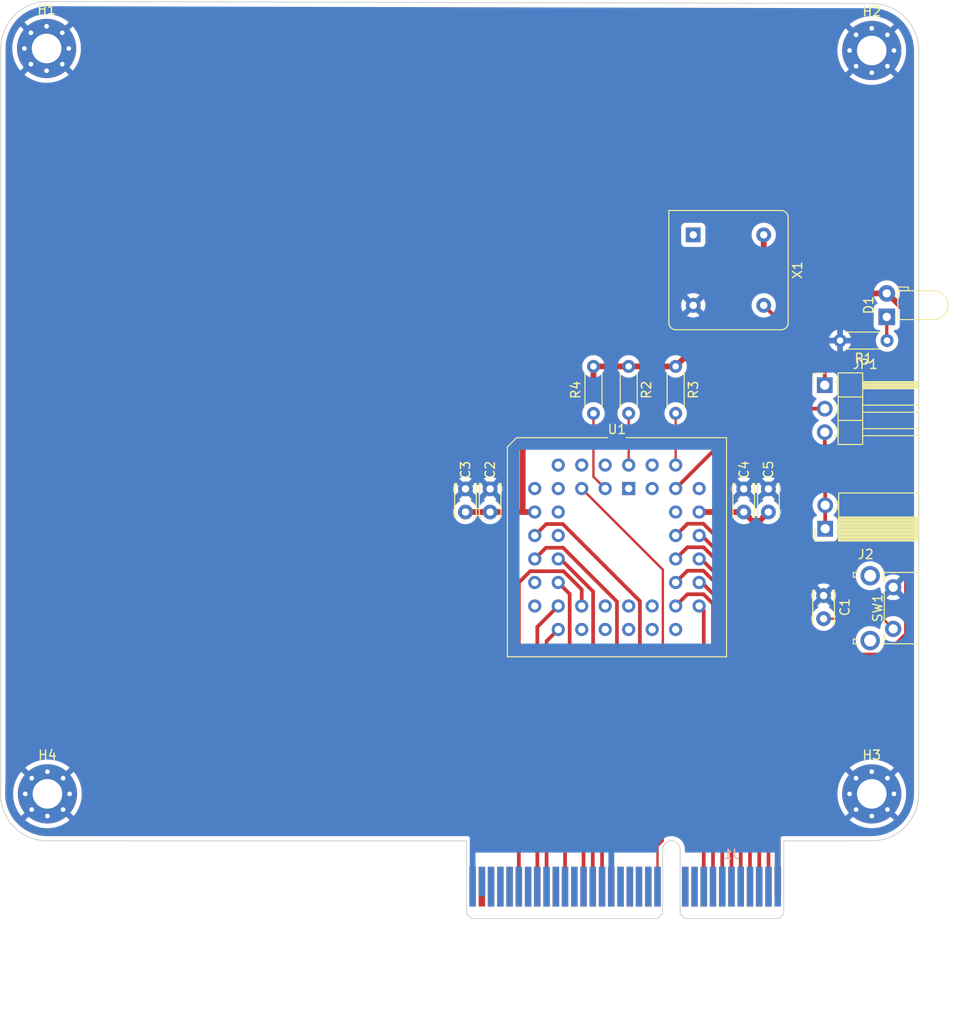
<source format=kicad_pcb>
(kicad_pcb (version 20211014) (generator pcbnew)
  (layers (0 "F.Cu" signal) (31 "B.Cu" power) (34 "B.Paste" user) (35 "F.Paste" user) (36 "B.SilkS" user "B.Silkscreen") (37 "F.SilkS" user "F.Silkscreen") (38 "B.Mask" user) (39 "F.Mask" user) (44 "Edge.Cuts" user))
  (net 0 "")
  (net 1 "GND")
  (net 2 "+5V")
  (net 3 "/~{RES}")
  (net 4 "Net-(D1-Pad1)")
  (net 5 "/D0")
  (net 6 "/D1")
  (net 7 "/D2")
  (net 8 "/D3")
  (net 9 "/D4")
  (net 10 "/D5")
  (net 11 "/D6")
  (net 12 "/D7")
  (net 13 "/BE")
  (net 14 "/CLK")
  (net 15 "/~{IRQ}")
  (net 16 "/~{NMI}")
  (net 17 "/R{slash}~{W}")
  (net 18 "/RDY")
  (net 19 "Net-(J1-PadA17)")
  (net 20 "Net-(U1-Pad11)")
  (net 21 "Net-(U1-Pad13)")
  (net 22 "Net-(U1-Pad14)")
  (net 23 "Net-(U1-Pad15)")
  (net 24 "Net-(U1-Pad16)")
  (net 25 "Net-(J1-PadA23)")
  (net 26 "Net-(U1-Pad18)")
  (net 27 "Net-(U1-Pad19)")
  (net 28 "Net-(U1-Pad20)")
  (net 29 "Net-(U1-Pad21)")
  (net 30 "Net-(U1-Pad22)")
  (net 31 "Net-(U1-Pad25)")
  (net 32 "Net-(U1-Pad26)")
  (net 33 "Net-(U1-Pad27)")
  (net 34 "Net-(U1-Pad28)")
  (net 35 "/~{ML}")
  (net 36 "/CLK2")
  (net 37 "/~{CLK}")
  (net 38 "/SYNC")
  (net 39 "/~{VP}")
  (net 61 "/~{SO}")
  (net 62 "/CLK_EXT")
  (net 63 "/CLK_CXO")
  (footprint "Connector_PinSocket_2.54mm:PinSocket_1x02_P2.54mm_Horizontal" (layer "F.Cu") (at 154.985 115.219 180)
    (fp_text reference "J2" (at -4.38 -2.77) (layer "F.SilkS"))
    (fp_text value "HDR_CLK_EXT")
    (fp_line (start -10.09 -1.33) (end -1.46 -1.33) (layer "F.SilkS") (width 0.12))
    (fp_line (start -1.46 2.9) (end -1.05 2.9) (layer "F.SilkS") (width 0.12))
    (fp_line (start -10.09 -0.50143) (end -1.46 -0.50143) (layer "F.SilkS") (width 0.12))
    (fp_line (start -1.46 0.36) (end -1.11 0.36) (layer "F.SilkS") (width 0.12))
    (fp_line (start -10.09 1.27) (end -1.46 1.27) (layer "F.SilkS") (width 0.12))
    (fp_line (start -10.09 0.20714) (end -1.46 0.20714) (layer "F.SilkS") (width 0.12))
    (fp_line (start -10.09 0.44333) (end -1.46 0.44333) (layer "F.SilkS") (width 0.12))
    (fp_line (start -10.09 0.089045) (end -1.46 0.089045) (layer "F.SilkS") (width 0.12))
    (fp_line (start -10.09 -0.97381) (end -1.46 -0.97381) (layer "F.SilkS") (width 0.12))
    (fp_line (start -10.09 -0.73762) (end -1.46 -0.73762) (layer "F.SilkS") (width 0.12))
    (fp_line (start -1.46 -1.33) (end -1.46 3.87) (layer "F.SilkS") (width 0.12))
    (fp_line (start -10.09 0.67952) (end -1.46 0.67952) (layer "F.SilkS") (width 0.12))
    (fp_line (start 1.11 -1.33) (end 1.11 0) (layer "F.SilkS") (width 0.12))
    (fp_line (start -10.09 -1.21) (end -1.46 -1.21) (layer "F.SilkS") (width 0.12))
    (fp_line (start 0 -1.33) (end 1.11 -1.33) (layer "F.SilkS") (width 0.12))
    (fp_line (start -10.09 -0.383335) (end -1.46 -0.383335) (layer "F.SilkS") (width 0.12))
    (fp_line (start -10.09 -0.619525) (end -1.46 -0.619525) (layer "F.SilkS") (width 0.12))
    (fp_line (start -10.09 0.325235) (end -1.46 0.325235) (layer "F.SilkS") (width 0.12))
    (fp_line (start -10.09 -0.855715) (end -1.46 -0.855715) (layer "F.SilkS") (width 0.12))
    (fp_line (start -10.09 3.87) (end -1.46 3.87) (layer "F.SilkS") (width 0.12))
    (fp_line (start -10.09 -1.33) (end -10.09 3.87) (layer "F.SilkS") (width 0.12))
    (fp_line (start -10.09 -0.02905) (end -1.46 -0.02905) (layer "F.SilkS") (width 0.12))
    (fp_line (start -10.09 -1.091905) (end -1.46 -1.091905) (layer "F.SilkS") (width 0.12))
    (fp_line (start -10.09 0.797615) (end -1.46 0.797615) (layer "F.SilkS") (width 0.12))
    (fp_line (start -10.09 1.033805) (end -1.46 1.033805) (layer "F.SilkS") (width 0.12))
    (fp_line (start -1.46 2.18) (end -1.05 2.18) (layer "F.SilkS") (width 0.12))
    (fp_line (start -10.09 0.561425) (end -1.46 0.561425) (layer "F.SilkS") (width 0.12))
    (fp_line (start -10.09 1.1519) (end -1.46 1.1519) (layer "F.SilkS") (width 0.12))
    (fp_line (start -10.09 -0.26524) (end -1.46 -0.26524) (layer "F.SilkS") (width 0.12))
    (fp_line (start -10.09 0.91571) (end -1.46 0.91571) (layer "F.SilkS") (width 0.12))
    (fp_line (start -1.46 -0.36) (end -1.11 -0.36) (layer "F.SilkS") (width 0.12))
    (fp_line (start -10.09 -0.147145) (end -1.46 -0.147145) (layer "F.SilkS") (width 0.12))
    (pad "1" thru_hole rect (at 0 0 180) (size 1.7 1.7) (drill 1) (layers *.Cu *.Mask) (net 62 "/CLK_EXT"))
    (pad "2" thru_hole oval (at 0 2.54 180) (size 1.7 1.7) (drill 1) (layers *.Cu *.Mask) (net 62 "/CLK_EXT"))
  )
  (footprint "LED_THT:LED_D3.0mm_Horizontal_O1.27mm_Z2.0mm" (layer "F.Cu") (at 161.64 92.309 90)
    (fp_text reference "D1" (at 1.27 -1.96 90) (layer "F.SilkS"))
    (fp_text value "LED_PWR")
    (fp_line (start 2.54 1.21) (end 2.54 1.08) (layer "F.SilkS") (width 0.12))
    (fp_line (start 2.54 1.08) (end 2.54 1.08) (layer "F.SilkS") (width 0.12))
    (fp_line (start 2.54 1.08) (end 2.54 1.21) (layer "F.SilkS") (width 0.12))
    (fp_line (start 0 1.08) (end 0 1.21) (layer "F.SilkS") (width 0.12))
    (fp_line (start 2.83 1.21) (end 2.83 5.07) (layer "F.SilkS") (width 0.12))
    (fp_line (start 0 1.21) (end 0 1.08) (layer "F.SilkS") (width 0.12))
    (fp_line (start 2.54 1.21) (end 2.54 1.21) (layer "F.SilkS") (width 0.12))
    (fp_line (start 3.23 1.21) (end 3.23 2.33) (layer "F.SilkS") (width 0.12))
    (fp_line (start -0.29 1.21) (end -0.29 5.07) (layer "F.SilkS") (width 0.12))
    (fp_line (start 2.83 2.33) (end 2.83 1.21) (layer "F.SilkS") (width 0.12))
    (fp_line (start 0 1.08) (end 0 1.08) (layer "F.SilkS") (width 0.12))
    (fp_line (start -0.29 1.21) (end 2.83 1.21) (layer "F.SilkS") (width 0.12))
    (fp_line (start 0 1.21) (end 0 1.21) (layer "F.SilkS") (width 0.12))
    (fp_line (start 2.83 1.21) (end 3.23 1.21) (layer "F.SilkS") (width 0.12))
    (fp_line (start 3.23 2.33) (end 2.83 2.33) (layer "F.SilkS") (width 0.12))
    (fp_arc (start 2.83 5.07) (mid 1.27 6.63) (end -0.29 5.07) (layer "F.SilkS") (width 0.12))
    (pad "1" thru_hole rect (at 0 0 90) (size 1.8 1.8) (drill 0.9) (layers *.Cu *.Mask) (net 4 "Net-(D1-Pad1)"))
    (pad "2" thru_hole circle (at 2.54 0 90) (size 1.8 1.8) (drill 0.9) (layers *.Cu *.Mask) (net 2 "+5V"))
  )
  (footprint "Capacitor_THT:C_Disc_D3.4mm_W2.1mm_P2.50mm" (layer "F.Cu") (at 146.177 113.411 90)
    (fp_text reference "C4" (at 4.582 0.03 90) (layer "F.SilkS"))
    (fp_text value "0u1")
    (fp_line (start -0.57 -1.17) (end 3.07 -1.17) (layer "F.SilkS") (width 0.12))
    (fp_line (start 3.07 -1.17) (end 3.07 -0.925) (layer "F.SilkS") (width 0.12))
    (fp_line (start -0.57 0.925) (end -0.57 1.17) (layer "F.SilkS") (width 0.12))
    (fp_line (start -0.57 -1.17) (end -0.57 -0.925) (layer "F.SilkS") (width 0.12))
    (fp_line (start -0.57 1.17) (end 3.07 1.17) (layer "F.SilkS") (width 0.12))
    (fp_line (start 3.07 0.925) (end 3.07 1.17) (layer "F.SilkS") (width 0.12))
    (pad "1" thru_hole circle (at 0 0 90) (size 1.6 1.6) (drill 0.8) (layers *.Cu *.Mask) (net 2 "+5V"))
    (pad "2" thru_hole circle (at 2.5 0 90) (size 1.6 1.6) (drill 0.8) (layers *.Cu *.Mask) (net 1 "GND"))
  )
  (footprint "Connector_PinHeader_2.54mm:PinHeader_1x03_P2.54mm_Horizontal" (layer "F.Cu") (at 154.94 99.695)
    (fp_text reference "JP1" (at 4.385 -2.27) (layer "F.SilkS"))
    (fp_text value "JMP_CLK_SRC")
    (fp_line (start 4.1 -1.33) (end 1.44 -1.33) (layer "F.SilkS") (width 0.12))
    (fp_line (start 4.1 -0.38) (end 10.1 -0.38) (layer "F.SilkS") (width 0.12))
    (fp_line (start 4.1 2.16) (end 10.1 2.16) (layer "F.SilkS") (width 0.12))
    (fp_line (start 1.44 6.41) (end 4.1 6.41) (layer "F.SilkS") (width 0.12))
    (fp_line (start 4.1 -0.08) (end 10.1 -0.08) (layer "F.SilkS") (width 0.12))
    (fp_line (start 4.1 6.41) (end 4.1 -1.33) (layer "F.SilkS") (width 0.12))
    (fp_line (start -1.27 0) (end -1.27 -1.27) (layer "F.SilkS") (width 0.12))
    (fp_line (start 1.11 -0.38) (end 1.44 -0.38) (layer "F.SilkS") (width 0.12))
    (fp_line (start 10.1 5.46) (end 4.1 5.46) (layer "F.SilkS") (width 0.12))
    (fp_line (start 4.1 0.16) (end 10.1 0.16) (layer "F.SilkS") (width 0.12))
    (fp_line (start 10.1 2.92) (end 4.1 2.92) (layer "F.SilkS") (width 0.12))
    (fp_line (start 4.1 4.7) (end 10.1 4.7) (layer "F.SilkS") (width 0.12))
    (fp_line (start 1.042929 2.16) (end 1.44 2.16) (layer "F.SilkS") (width 0.12))
    (fp_line (start 10.1 0.38) (end 4.1 0.38) (layer "F.SilkS") (width 0.12))
    (fp_line (start 4.1 -0.2) (end 10.1 -0.2) (layer "F.SilkS") (width 0.12))
    (fp_line (start 10.1 -0.38) (end 10.1 0.38) (layer "F.SilkS") (width 0.12))
    (fp_line (start -1.27 -1.27) (end 0 -1.27) (layer "F.SilkS") (width 0.12))
    (fp_line (start 1.44 3.81) (end 4.1 3.81) (layer "F.SilkS") (width 0.12))
    (fp_line (start 1.042929 5.46) (end 1.44 5.46) (layer "F.SilkS") (width 0.12))
    (fp_line (start 10.1 4.7) (end 10.1 5.46) (layer "F.SilkS") (width 0.12))
    (fp_line (start 1.44 -1.33) (end 1.44 6.41) (layer "F.SilkS") (width 0.12))
    (fp_line (start 10.1 2.16) (end 10.1 2.92) (layer "F.SilkS") (width 0.12))
    (fp_line (start 1.44 1.27) (end 4.1 1.27) (layer "F.SilkS") (width 0.12))
    (fp_line (start 4.1 0.28) (end 10.1 0.28) (layer "F.SilkS") (width 0.12))
    (fp_line (start 1.042929 2.92) (end 1.44 2.92) (layer "F.SilkS") (width 0.12))
    (fp_line (start 1.042929 4.7) (end 1.44 4.7) (layer "F.SilkS") (width 0.12))
    (fp_line (start 4.1 -0.32) (end 10.1 -0.32) (layer "F.SilkS") (width 0.12))
    (fp_line (start 4.1 0.04) (end 10.1 0.04) (layer "F.SilkS") (width 0.12))
    (fp_line (start 1.11 0.38) (end 1.44 0.38) (layer "F.SilkS") (width 0.12))
    (pad "1" thru_hole rect (at 0 0) (size 1.7 1.7) (drill 1) (layers *.Cu *.Mask) (net 63 "/CLK_CXO"))
    (pad "2" thru_hole oval (at 0 2.54) (size 1.7 1.7) (drill 1) (layers *.Cu *.Mask) (net 14 "/CLK"))
    (pad "3" thru_hole oval (at 0 5.08) (size 1.7 1.7) (drill 1) (layers *.Cu *.Mask) (net 62 "/CLK_EXT"))
  )
  (footprint "Capacitor_THT:C_Disc_D3.4mm_W2.1mm_P2.50mm" (layer "F.Cu") (at 116.078 113.411 90)
    (fp_text reference "C3" (at 4.552 0 90) (layer "F.SilkS"))
    (fp_text value "1u")
    (fp_line (start 3.07 -1.17) (end 3.07 -0.925) (layer "F.SilkS") (width 0.12))
    (fp_line (start -0.57 -1.17) (end 3.07 -1.17) (layer "F.SilkS") (width 0.12))
    (fp_line (start -0.57 -1.17) (end -0.57 -0.925) (layer "F.SilkS") (width 0.12))
    (fp_line (start -0.57 1.17) (end 3.07 1.17) (layer "F.SilkS") (width 0.12))
    (fp_line (start 3.07 0.925) (end 3.07 1.17) (layer "F.SilkS") (width 0.12))
    (fp_line (start -0.57 0.925) (end -0.57 1.17) (layer "F.SilkS") (width 0.12))
    (pad "1" thru_hole circle (at 0 0 90) (size 1.6 1.6) (drill 0.8) (layers *.Cu *.Mask) (net 2 "+5V"))
    (pad "2" thru_hole circle (at 2.5 0 90) (size 1.6 1.6) (drill 0.8) (layers *.Cu *.Mask) (net 1 "GND"))
  )
  (footprint "Resistor_THT:R_Axial_DIN0204_L3.6mm_D1.6mm_P5.08mm_Horizontal" (layer "F.Cu") (at 161.671 94.869 180)
    (fp_text reference "R1" (at 2.54 -1.92) (layer "F.SilkS"))
    (fp_text value "470")
    (fp_line (start 0.62 -0.92) (end 4.46 -0.92) (layer "F.SilkS") (width 0.12))
    (fp_line (start 0.62 0.92) (end 4.46 0.92) (layer "F.SilkS") (width 0.12))
    (pad "1" thru_hole circle (at 0 0 180) (size 1.4 1.4) (drill 0.7) (layers *.Cu *.Mask) (net 4 "Net-(D1-Pad1)"))
    (pad "2" thru_hole oval (at 5.08 0 180) (size 1.4 1.4) (drill 0.7) (layers *.Cu *.Mask) (net 1 "GND"))
  )
  (footprint "Capacitor_THT:C_Disc_D3.4mm_W2.1mm_P2.50mm" (layer "F.Cu") (at 154.813 122.448 -90)
    (fp_text reference "C1" (at 1.25 -2.3 90) (layer "F.SilkS"))
    (fp_text value "0u1")
    (fp_line (start -0.57 -1.17) (end -0.57 -0.925) (layer "F.SilkS") (width 0.12))
    (fp_line (start -0.57 0.925) (end -0.57 1.17) (layer "F.SilkS") (width 0.12))
    (fp_line (start -0.57 -1.17) (end 3.07 -1.17) (layer "F.SilkS") (width 0.12))
    (fp_line (start 3.07 0.925) (end 3.07 1.17) (layer "F.SilkS") (width 0.12))
    (fp_line (start 3.07 -1.17) (end 3.07 -0.925) (layer "F.SilkS") (width 0.12))
    (fp_line (start -0.57 1.17) (end 3.07 1.17) (layer "F.SilkS") (width 0.12))
    (pad "1" thru_hole circle (at 0 0 270) (size 1.6 1.6) (drill 0.8) (layers *.Cu *.Mask) (net 1 "GND"))
    (pad "2" thru_hole circle (at 2.5 0 270) (size 1.6 1.6) (drill 0.8) (layers *.Cu *.Mask) (net 3 "/~{RES}"))
  )
  (footprint "Oscillator:Oscillator_DIP-8" (layer "F.Cu") (at 140.716 83.439 -90)
    (fp_text reference "X1" (at 3.81 -11.26 90) (layer "F.SilkS"))
    (fp_text value "CXO_DIP8")
    (fp_line (start 10.26 1.89) (end 10.26 -9.51) (layer "F.SilkS") (width 0.12))
    (fp_line (start 9.51 -10.26) (end -1.89 -10.26) (layer "F.SilkS") (width 0.12))
    (fp_line (start -2.64 -9.51) (end -2.64 2.64) (layer "F.SilkS") (width 0.12))
    (fp_line (start -2.64 2.64) (end 9.51 2.64) (layer "F.SilkS") (width 0.12))
    (fp_arc (start 9.51 -10.26) (mid 10.04033 -10.04033) (end 10.26 -9.51) (layer "F.SilkS") (width 0.12))
    (fp_arc (start 10.26 1.89) (mid 10.04033 2.42033) (end 9.51 2.64) (layer "F.SilkS") (width 0.12))
    (fp_arc (start -2.64 -9.51) (mid -2.42033 -10.04033) (end -1.89 -10.26) (layer "F.SilkS") (width 0.12))
    (pad "1" thru_hole rect (at 0 0 270) (size 1.6 1.6) (drill 0.8) (layers *.Cu *.Mask))
    (pad "4" thru_hole circle (at 7.62 0 270) (size 1.6 1.6) (drill 0.8) (layers *.Cu *.Mask) (net 1 "GND"))
    (pad "5" thru_hole circle (at 7.62 -7.62 270) (size 1.6 1.6) (drill 0.8) (layers *.Cu *.Mask) (net 63 "/CLK_CXO"))
    (pad "8" thru_hole circle (at 0 -7.62 270) (size 1.6 1.6) (drill 0.8) (layers *.Cu *.Mask) (net 2 "+5V"))
  )
  (footprint "MountingHole:MountingHole_3.2mm_M3_Pad_Via" (layer "F.Cu") (at 70.7751 63.2821)
    (fp_text reference "H1" (at 0 -4.2) (layer "F.SilkS"))
    (fp_text value "M3")
    (pad "1" thru_hole circle (at 1.697056 1.697056) (size 0.8 0.8) (drill 0.5) (layers *.Cu *.Mask) (net 1 "GND"))
    (pad "1" thru_hole circle (at 0 -2.4) (size 0.8 0.8) (drill 0.5) (layers *.Cu *.Mask) (net 1 "GND"))
    (pad "1" thru_hole circle (at -1.697056 -1.697056) (size 0.8 0.8) (drill 0.5) (layers *.Cu *.Mask) (net 1 "GND"))
    (pad "1" thru_hole circle (at -1.697056 1.697056) (size 0.8 0.8) (drill 0.5) (layers *.Cu *.Mask) (net 1 "GND"))
    (pad "1" thru_hole circle (at 0 2.4) (size 0.8 0.8) (drill 0.5) (layers *.Cu *.Mask) (net 1 "GND"))
    (pad "1" thru_hole circle (at 1.697056 -1.697056) (size 0.8 0.8) (drill 0.5) (layers *.Cu *.Mask) (net 1 "GND"))
    (pad "1" thru_hole circle (at 2.4 0) (size 0.8 0.8) (drill 0.5) (layers *.Cu *.Mask) (net 1 "GND"))
    (pad "1" thru_hole circle (at 0 0) (size 6.4 6.4) (drill 3.2) (layers *.Cu *.Mask) (net 1 "GND"))
    (pad "1" thru_hole circle (at -2.4 0) (size 0.8 0.8) (drill 0.5) (layers *.Cu *.Mask) (net 1 "GND"))
  )
  (footprint "MountingHole:MountingHole_3.2mm_M3_Pad_Via" (layer "F.Cu") (at 160.02 63.5)
    (fp_text reference "H2" (at 0 -4.2) (layer "F.SilkS"))
    (fp_text value "M3")
    (pad "1" thru_hole circle (at 1.697056 1.697056) (size 0.8 0.8) (drill 0.5) (layers *.Cu *.Mask) (net 1 "GND"))
    (pad "1" thru_hole circle (at 1.697056 -1.697056) (size 0.8 0.8) (drill 0.5) (layers *.Cu *.Mask) (net 1 "GND"))
    (pad "1" thru_hole circle (at -1.697056 -1.697056) (size 0.8 0.8) (drill 0.5) (layers *.Cu *.Mask) (net 1 "GND"))
    (pad "1" thru_hole circle (at -2.4 0) (size 0.8 0.8) (drill 0.5) (layers *.Cu *.Mask) (net 1 "GND"))
    (pad "1" thru_hole circle (at 0 -2.4) (size 0.8 0.8) (drill 0.5) (layers *.Cu *.Mask) (net 1 "GND"))
    (pad "1" thru_hole circle (at 0 2.4) (size 0.8 0.8) (drill 0.5) (layers *.Cu *.Mask) (net 1 "GND"))
    (pad "1" thru_hole circle (at 2.4 0) (size 0.8 0.8) (drill 0.5) (layers *.Cu *.Mask) (net 1 "GND"))
    (pad "1" thru_hole circle (at 0 0) (size 6.4 6.4) (drill 3.2) (layers *.Cu *.Mask) (net 1 "GND"))
    (pad "1" thru_hole circle (at -1.697056 1.697056) (size 0.8 0.8) (drill 0.5) (layers *.Cu *.Mask) (net 1 "GND"))
  )
  (footprint "Resistor_THT:R_Axial_DIN0204_L3.6mm_D1.6mm_P5.08mm_Horizontal" (layer "F.Cu") (at 133.731 97.663 -90)
    (fp_text reference "R2" (at 2.54 -1.92 90) (layer "F.SilkS"))
    (fp_text value "1k")
    (fp_line (start 0.62 0.92) (end 4.46 0.92) (layer "F.SilkS") (width 0.12))
    (fp_line (start 0.62 -0.92) (end 4.46 -0.92) (layer "F.SilkS") (width 0.12))
    (pad "1" thru_hole circle (at 0 0 270) (size 1.4 1.4) (drill 0.7) (layers *.Cu *.Mask) (net 2 "+5V"))
    (pad "2" thru_hole oval (at 5.08 0 270) (size 1.4 1.4) (drill 0.7) (layers *.Cu *.Mask) (net 3 "/~{RES}"))
  )
  (footprint "MountingHole:MountingHole_3.2mm_M3_Pad_Via" (layer "F.Cu") (at 70.866 143.891)
    (fp_text reference "H4" (at 0 -4.2) (layer "F.SilkS"))
    (fp_text value "M3")
    (pad "1" thru_hole circle (at 2.4 0) (size 0.8 0.8) (drill 0.5) (layers *.Cu *.Mask) (net 1 "GND"))
    (pad "1" thru_hole circle (at 1.697056 1.697056) (size 0.8 0.8) (drill 0.5) (layers *.Cu *.Mask) (net 1 "GND"))
    (pad "1" thru_hole circle (at 0 2.4) (size 0.8 0.8) (drill 0.5) (layers *.Cu *.Mask) (net 1 "GND"))
    (pad "1" thru_hole circle (at -1.697056 1.697056) (size 0.8 0.8) (drill 0.5) (layers *.Cu *.Mask) (net 1 "GND"))
    (pad "1" thru_hole circle (at -2.4 0) (size 0.8 0.8) (drill 0.5) (layers *.Cu *.Mask) (net 1 "GND"))
    (pad "1" thru_hole circle (at 0 0) (size 6.4 6.4) (drill 3.2) (layers *.Cu *.Mask) (net 1 "GND"))
    (pad "1" thru_hole circle (at -1.697056 -1.697056) (size 0.8 0.8) (drill 0.5) (layers *.Cu *.Mask) (net 1 "GND"))
    (pad "1" thru_hole circle (at 0 -2.4) (size 0.8 0.8) (drill 0.5) (layers *.Cu *.Mask) (net 1 "GND"))
    (pad "1" thru_hole circle (at 1.697056 -1.697056) (size 0.8 0.8) (drill 0.5) (layers *.Cu *.Mask) (net 1 "GND"))
  )
  (footprint "Resistor_THT:R_Axial_DIN0204_L3.6mm_D1.6mm_P5.08mm_Horizontal" (layer "F.Cu") (at 129.921 102.743 90)
    (fp_text reference "R4" (at 2.54 -1.92 90) (layer "F.SilkS"))
    (fp_text value "1k")
    (fp_line (start 0.62 0.92) (end 4.46 0.92) (layer "F.SilkS") (width 0.12))
    (fp_line (start 0.62 -0.92) (end 4.46 -0.92) (layer "F.SilkS") (width 0.12))
    (pad "1" thru_hole circle (at 0 0 90) (size 1.4 1.4) (drill 0.7) (layers *.Cu *.Mask) (net 18 "/RDY"))
    (pad "2" thru_hole oval (at 5.08 0 90) (size 1.4 1.4) (drill 0.7) (layers *.Cu *.Mask) (net 2 "+5V"))
  )
  (footprint "Capacitor_THT:C_Disc_D3.4mm_W2.1mm_P2.50mm" (layer "F.Cu") (at 118.745 113.411 90)
    (fp_text reference "C2" (at 4.552 0 90) (layer "F.SilkS"))
    (fp_text value "0u1")
    (fp_line (start 3.07 0.925) (end 3.07 1.17) (layer "F.SilkS") (width 0.12))
    (fp_line (start -0.57 0.925) (end -0.57 1.17) (layer "F.SilkS") (width 0.12))
    (fp_line (start 3.07 -1.17) (end 3.07 -0.925) (layer "F.SilkS") (width 0.12))
    (fp_line (start -0.57 1.17) (end 3.07 1.17) (layer "F.SilkS") (width 0.12))
    (fp_line (start -0.57 -1.17) (end 3.07 -1.17) (layer "F.SilkS") (width 0.12))
    (fp_line (start -0.57 -1.17) (end -0.57 -0.925) (layer "F.SilkS") (width 0.12))
    (pad "1" thru_hole circle (at 0 0 90) (size 1.6 1.6) (drill 0.8) (layers *.Cu *.Mask) (net 2 "+5V"))
    (pad "2" thru_hole circle (at 2.5 0 90) (size 1.6 1.6) (drill 0.8) (layers *.Cu *.Mask) (net 1 "GND"))
  )
  (footprint "Capacitor_THT:C_Disc_D3.4mm_W2.1mm_P2.50mm" (layer "F.Cu") (at 148.844 113.411 90)
    (fp_text reference "C5" (at 4.582 0 90) (layer "F.SilkS"))
    (fp_text value "1u")
    (fp_line (start 3.07 -1.17) (end 3.07 -0.925) (layer "F.SilkS") (width 0.12))
    (fp_line (start -0.57 -1.17) (end -0.57 -0.925) (layer "F.SilkS") (width 0.12))
    (fp_line (start -0.57 -1.17) (end 3.07 -1.17) (layer "F.SilkS") (width 0.12))
    (fp_line (start 3.07 0.925) (end 3.07 1.17) (layer "F.SilkS") (width 0.12))
    (fp_line (start -0.57 0.925) (end -0.57 1.17) (layer "F.SilkS") (width 0.12))
    (fp_line (start -0.57 1.17) (end 3.07 1.17) (layer "F.SilkS") (width 0.12))
    (pad "1" thru_hole circle (at 0 0 90) (size 1.6 1.6) (drill 0.8) (layers *.Cu *.Mask) (net 2 "+5V"))
    (pad "2" thru_hole circle (at 2.5 0 90) (size 1.6 1.6) (drill 0.8) (layers *.Cu *.Mask) (net 1 "GND"))
  )
  (footprint "Resistor_THT:R_Axial_DIN0204_L3.6mm_D1.6mm_P5.08mm_Horizontal" (layer "F.Cu") (at 138.811 97.663 -90)
    (fp_text reference "R3" (at 2.54 -1.92 90) (layer "F.SilkS"))
    (fp_text value "1k")
    (fp_line (start 0.62 0.92) (end 4.46 0.92) (layer "F.SilkS") (width 0.12))
    (fp_line (start 0.62 -0.92) (end 4.46 -0.92) (layer "F.SilkS") (width 0.12))
    (pad "1" thru_hole circle (at 0 0 270) (size 1.4 1.4) (drill 0.7) (layers *.Cu *.Mask) (net 2 "+5V"))
    (pad "2" thru_hole oval (at 5.08 0 270) (size 1.4 1.4) (drill 0.7) (layers *.Cu *.Mask) (net 13 "/BE"))
  )
  (footprint "Package_LCC:PLCC-44_THT-Socket" (layer "F.Cu") (at 133.731 110.871)
    (fp_text reference "U1" (at -1.27 -6.4) (layer "F.SilkS"))
    (fp_text value "W65C02S")
    (fp_line (start -2.27 -5.5) (end -12.12 -5.5) (layer "F.SilkS") (width 0.12))
    (fp_line (start -13.12 18.2) (end 10.58 18.2) (layer "F.SilkS") (width 0.12))
    (fp_line (start -13.12 -4.5) (end -13.12 18.2) (layer "F.SilkS") (width 0.12))
    (fp_line (start 10.58 -5.5) (end -0.27 -5.5) (layer "F.SilkS") (width 0.12))
    (fp_line (start -12.12 -5.5) (end -13.12 -4.5) (layer "F.SilkS") (width 0.12))
    (fp_line (start 10.58 18.2) (end 10.58 -5.5) (layer "F.SilkS") (width 0.12))
    (pad "1" thru_hole rect (at 0 0) (size 1.4224 1.4224) (drill 0.8) (layers *.Cu *.Mask) (net 1 "GND"))
    (pad "2" thru_hole circle (at -2.54 -2.54) (size 1.4224 1.4224) (drill 0.8) (layers *.Cu *.Mask) (net 39 "/~{VP}"))
    (pad "3" thru_hole circle (at -2.54 0) (size 1.4224 1.4224) (drill 0.8) (layers *.Cu *.Mask) (net 18 "/RDY"))
    (pad "4" thru_hole circle (at -5.08 -2.54) (size 1.4224 1.4224) (drill 0.8) (layers *.Cu *.Mask) (net 37 "/~{CLK}"))
    (pad "5" thru_hole circle (at -5.08 0) (size 1.4224 1.4224) (drill 0.8) (layers *.Cu *.Mask) (net 15 "/~{IRQ}"))
    (pad "6" thru_hole circle (at -7.62 -2.54) (size 1.4224 1.4224) (drill 0.8) (layers *.Cu *.Mask) (net 35 "/~{ML}"))
    (pad "7" thru_hole circle (at -10.16 0) (size 1.4224 1.4224) (drill 0.8) (layers *.Cu *.Mask) (net 16 "/~{NMI}"))
    (pad "8" thru_hole circle (at -7.62 0) (size 1.4224 1.4224) (drill 0.8) (layers *.Cu *.Mask) (net 38 "/SYNC"))
    (pad "9" thru_hole circle (at -10.16 2.54) (size 1.4224 1.4224) (drill 0.8) (layers *.Cu *.Mask) (net 2 "+5V"))
    (pad "10" thru_hole circle (at -7.62 2.54) (size 1.4224 1.4224) (drill 0.8) (layers *.Cu *.Mask) (net 19 "Net-(J1-PadA17)"))
    (pad "11" thru_hole circle (at -10.16 5.08) (size 1.4224 1.4224) (drill 0.8) (layers *.Cu *.Mask) (net 20 "Net-(U1-Pad11)"))
    (pad "12" thru_hole circle (at -7.62 5.08) (size 1.4224 1.4224) (drill 0.8) (layers *.Cu *.Mask))
    (pad "13" thru_hole circle (at -10.16 7.62) (size 1.4224 1.4224) (drill 0.8) (layers *.Cu *.Mask) (net 21 "Net-(U1-Pad13)"))
    (pad "14" thru_hole circle (at -7.62 7.62) (size 1.4224 1.4224) (drill 0.8) (layers *.Cu *.Mask) (net 22 "Net-(U1-Pad14)"))
    (pad "15" thru_hole circle (at -10.16 10.16) (size 1.4224 1.4224) (drill 0.8) (layers *.Cu *.Mask) (net 23 "Net-(U1-Pad15)"))
    (pad "16" thru_hole circle (at -7.62 10.16) (size 1.4224 1.4224) (drill 0.8) (layers *.Cu *.Mask) (net 24 "Net-(U1-Pad16)"))
    (pad "17" thru_hole circle (at -10.16 12.7) (size 1.4224 1.4224) (drill 0.8) (layers *.Cu *.Mask) (net 25 "Net-(J1-PadA23)"))
    (pad "18" thru_hole circle (at -7.62 15.24) (size 1.4224 1.4224) (drill 0.8) (layers *.Cu *.Mask) (net 26 "Net-(U1-Pad18)"))
    (pad "19" thru_hole circle (at -7.62 12.7) (size 1.4224 1.4224) (drill 0.8) (layers *.Cu *.Mask) (net 27 "Net-(U1-Pad19)"))
    (pad "20" thru_hole circle (at -5.08 15.24) (size 1.4224 1.4224) (drill 0.8) (layers *.Cu *.Mask) (net 28 "Net-(U1-Pad20)"))
    (pad "21" thru_hole circle (at -5.08 12.7) (size 1.4224 1.4224) (drill 0.8) (layers *.Cu *.Mask) (net 29 "Net-(U1-Pad21)"))
    (pad "22" thru_hole circle (at -2.54 15.24) (size 1.4224 1.4224) (drill 0.8) (layers *.Cu *.Mask) (net 30 "Net-(U1-Pad22)"))
    (pad "23" thru_hole circle (at -2.54 12.7) (size 1.4224 1.4224) (drill 0.8) (layers *.Cu *.Mask) (net 1 "GND"))
    (pad "24" thru_hole circle (at 0 15.24) (size 1.4224 1.4224) (drill 0.8) (layers *.Cu *.Mask) (net 1 "GND"))
    (pad "25" thru_hole circle (at 0 12.7) (size 1.4224 1.4224) (drill 0.8) (layers *.Cu *.Mask) (net 31 "Net-(U1-Pad25)"))
    (pad "26" thru_hole circle (at 2.54 15.24) (size 1.4224 1.4224) (drill 0.8) (layers *.Cu *.Mask) (net 32 "Net-(U1-Pad26)"))
    (pad "27" thru_hole circle (at 2.54 12.7) (size 1.4224 1.4224) (drill 0.8) (layers *.Cu *.Mask) (net 33 "Net-(U1-Pad27)"))
    (pad "28" thru_hole circle (at 5.08 15.24) (size 1.4224 1.4224) (drill 0.8) (layers *.Cu *.Mask) (net 34 "Net-(U1-Pad28)"))
    (pad "29" thru_hole circle (at 7.62 12.7) (size 1.4224 1.4224) (drill 0.8) (layers *.Cu *.Mask) (net 12 "/D7"))
    (pad "30" thru_hole circle (at 5.08 12.7) (size 1.4224 1.4224) (drill 0.8) (layers *.Cu *.Mask) (net 11 "/D6"))
    (pad "31" thru_hole circle (at 7.62 10.16) (size 1.4224 1.4224) (drill 0.8) (layers *.Cu *.Mask) (net 10 "/D5"))
    (pad "32" thru_hole circle (at 5.08 10.16) (size 1.4224 1.4224) (drill 0.8) (layers *.Cu *.Mask) (net 9 "/D4"))
    (pad "33" thru_hole circle (at 7.62 7.62) (size 1.4224 1.4224) (drill 0.8) (layers *.Cu *.Mask) (net 8 "/D3"))
    (pad "34" thru_hole circle (at 5.08 7.62) (size 1.4224 1.4224) (drill 0.8) (layers *.Cu *.Mask) (net 7 "/D2"))
    (pad "35" thru_hole circle (at 7.62 5.08) (size 1.4224 1.4224) (drill 0.8) (layers *.Cu *.Mask) (net 6 "/D1"))
    (pad "36" thru_hole circle (at 5.08 5.08) (size 1.4224 1.4224) (drill 0.8) (layers *.Cu *.Mask) (net 5 "/D0"))
    (pad "37" thru_hole circle (at 7.62 2.54) (size 1.4224 1.4224) (drill 0.8) (layers *.Cu *.Mask) (net 2 "+5V"))
    (pad "38" thru_hole circle (at 5.08 2.54) (size 1.4224 1.4224) (drill 0.8) (layers *.Cu *.Mask) (net 17 "/R{slash}~{W}"))
    (pad "39" thru_hole circle (at 7.62 0) (size 1.4224 1.4224) (drill 0.8) (layers *.Cu *.Mask))
    (pad "40" thru_hole circle (at 5.08 -2.54) (size 1.4224 1.4224) (drill 0.8) (layers *.Cu *.Mask) (net 13 "/BE"))
    (pad "41" thru_hole circle (at 5.08 0) (size 1.4224 1.4224) (drill 0.8) (layers *.Cu *.Mask) (net 14 "/CLK"))
    (pad "42" thru_hole circle (at 2.54 -2.54) (size 1.4224 1.4224) (drill 0.8) (layers *.Cu *.Mask) (net 61 "/~{SO}"))
    (pad "43" thru_hole circle (at 2.54 0) (size 1.4224 1.4224) (drill 0.8) (layers *.Cu *.Mask) (net 36 "/CLK2"))
    (pad "44" thru_hole circle (at 0 -2.54) (size 1.4224 1.4224) (drill 0.8) (layers *.Cu *.Mask) (net 3 "/~{RES}"))
  )
  (footprint "Button_Switch_THT:SW_Tactile_SPST_Angled_PTS645Vx39-2LFS" (layer "F.Cu") (at 162.3395 121.55 -90)
    (fp_text reference "SW1" (at 2.25 1.68 90) (layer "F.SilkS"))
    (fp_text value "SW_Reset")
    (fp_line (start -1.61 3.8) (end -1.61 4.31) (layer "F.SilkS") (width 0.12))
    (fp_line (start -1.09 3.8) (end -1.09 4.31) (layer "F.SilkS") (width 0.12))
    (fp_line (start -1.61 -2.7) (end -1.61 1.2) (layer "F.SilkS") (width 0.12))
    (fp_line (start 5.05 0.97) (end 5.59 0.97) (layer "F.SilkS") (width 0.12))
    (fp_line (start 5.59 4.31) (end 6.11 4.31) (layer "F.SilkS") (width 0.12))
    (fp_line (start -1.09 0.97) (end -1.09 1.2) (layer "F.SilkS") (width 0.12))
    (fp_line (start 6.11 3.8) (end 6.11 4.31) (layer "F.SilkS") (width 0.12))
    (fp_line (start -1.09 0.97) (end -0.55 0.97) (layer "F.SilkS") (width 0.12))
    (fp_line (start 5.59 0.97) (end 5.59 1.2) (layer "F.SilkS") (width 0.12))
    (fp_line (start -1.61 4.31) (end -1.09 4.31) (layer "F.SilkS") (width 0.12))
    (fp_line (start 6.11 -2.7) (end 6.11 1.2) (layer "F.SilkS") (width 0.12))
    (fp_line (start -1.61 -2.7) (end 6.11 -2.7) (layer "F.SilkS") (width 0.12))
    (fp_line (start 5.59 3.8) (end 5.59 4.31) (layer "F.SilkS") (width 0.12))
    (fp_line (start 0.55 0.97) (end 3.95 0.97) (layer "F.SilkS") (width 0.12))
    (pad "" thru_hole circle (at -1.25 2.49 270) (size 2.1 2.1) (drill 1.3) (layers *.Cu *.Mask))
    (pad "" thru_hole circle (at 5.76 2.49 270) (size 2.1 2.1) (drill 1.3) (layers *.Cu *.Mask))
    (pad "1" thru_hole circle (at 0 0 270) (size 1.75 1.75) (drill 0.99) (layers *.Cu *.Mask) (net 1 "GND"))
    (pad "2" thru_hole circle (at 4.5 0 270) (size 1.75 1.75) (drill 0.99) (layers *.Cu *.Mask) (net 3 "/~{RES}"))
  )
  (footprint "MountingHole:MountingHole_3.2mm_M3_Pad_Via" (layer "F.Cu") (at 160.02 143.891)
    (fp_text reference "H3" (at 0 -4.2) (layer "F.SilkS"))
    (fp_text value "M3")
    (pad "1" thru_hole circle (at 2.4 0) (size 0.8 0.8) (drill 0.5) (layers *.Cu *.Mask) (net 1 "GND"))
    (pad "1" thru_hole circle (at 0 2.4) (size 0.8 0.8) (drill 0.5) (layers *.Cu *.Mask) (net 1 "GND"))
    (pad "1" thru_hole circle (at 1.697056 -1.697056) (size 0.8 0.8) (drill 0.5) (layers *.Cu *.Mask) (net 1 "GND"))
    (pad "1" thru_hole circle (at 0 0) (size 6.4 6.4) (drill 3.2) (layers *.Cu *.Mask) (net 1 "GND"))
    (pad "1" thru_hole circle (at -2.4 0) (size 0.8 0.8) (drill 0.5) (layers *.Cu *.Mask) (net 1 "GND"))
    (pad "1" thru_hole circle (at 1.697056 1.697056) (size 0.8 0.8) (drill 0.5) (layers *.Cu *.Mask) (net 1 "GND"))
    (pad "1" thru_hole circle (at -1.697056 1.697056) (size 0.8 0.8) (drill 0.5) (layers *.Cu *.Mask) (net 1 "GND"))
    (pad "1" thru_hole circle (at 0 -2.4) (size 0.8 0.8) (drill 0.5) (layers *.Cu *.Mask) (net 1 "GND"))
    (pad "1" thru_hole circle (at -1.697056 -1.697056) (size 0.8 0.8) (drill 0.5) (layers *.Cu *.Mask) (net 1 "GND"))
  )
  (footprint "6502_Library:BUS_Eater6502_PCI_x4" (layer "B.Cu") (at 149.85 153.924 180)
    (fp_text reference "J1" (at 5 3.5) (layer "B.SilkS") (effects (justify mirror)))
    (fp_text value "BUS_6502_PCI_card_edge")
    (fp_line (start -0.65 -2.95) (end -0.15 -3.45) (layer "Edge.Cuts") (width 0.1))
    (fp_line (start 33.65 4.95) (end 33.65 -2.95) (layer "Edge.Cuts") (width 0.1))
    (fp_line (start 33.65 -2.95) (end 33.15 -3.45) (layer "Edge.Cuts") (width 0.1))
    (fp_line (start 12.45 -2.95) (end 12.95 -3.45) (layer "Edge.Cuts") (width 0.1))
    (fp_line (start -0.15 -3.45) (end 10.05 -3.45) (layer "Edge.Cuts") (width 0.1))
    (fp_line (start 12.95 -3.45) (end 33.15 -3.45) (layer "Edge.Cuts") (width 0.1))
    (fp_line (start 10.55 4) (end 10.55 -2.95) (layer "Edge.Cuts") (width 0.1))
    (fp_line (start -0.65 4.95) (end -0.65 -2.95) (layer "Edge.Cuts") (width 0.1))
    (fp_line (start 10.55 -2.95) (end 10.05 -3.45) (layer "Edge.Cuts") (width 0.1))
    (fp_line (start 12.45 4) (end 12.45 -2.95) (layer "Edge.Cuts") (width 0.1))
    (fp_arc (start 12.45 4) (mid 11.5 4.95) (end 10.55 4) (layer "Edge.Cuts") (width 0.1))
    (pad "A1" connect rect (at 0 0.55 180) (size 0.7 3.2) (layers "F.Cu" "F.Mask") (net 2 "+5V"))
    (pad "A2" connect rect (at 1 0 180) (size 0.7 4.3) (layers "F.Cu" "F.Mask") (net 5 "/D0"))
    (pad "A3" connect rect (at 2 0 180) (size 0.7 4.3) (layers "F.Cu" "F.Mask") (net 6 "/D1"))
    (pad "A4" connect rect (at 3 0 180) (size 0.7 4.3) (layers "F.Cu" "F.Mask") (net 7 "/D2"))
    (pad "A5" connect rect (at 4 0 180) (size 0.7 4.3) (layers "F.Cu" "F.Mask") (net 8 "/D3"))
    (pad "A6" connect rect (at 5 0 180) (size 0.7 4.3) (layers "F.Cu" "F.Mask") (net 9 "/D4"))
    (pad "A7" connect rect (at 6 0 180) (size 0.7 4.3) (layers "F.Cu" "F.Mask") (net 10 "/D5"))
    (pad "A8" connect rect (at 7 0 180) (size 0.7 4.3) (layers "F.Cu" "F.Mask") (net 11 "/D6"))
    (pad "A9" connect rect (at 8 0 180) (size 0.7 4.3) (layers "F.Cu" "F.Mask") (net 12 "/D7"))
    (pad "A10" connect rect (at 9 0 180) (size 0.7 4.3) (layers "F.Cu" "F.Mask") (net 13 "/BE"))
    (pad "A11" connect rect (at 10 0 180) (size 0.7 4.3) (layers "F.Cu" "F.Mask") (net 14 "/CLK"))
    (pad "A12" connect rect (at 13 0 180) (size 0.7 4.3) (layers "F.Cu" "F.Mask") (net 15 "/~{IRQ}"))
    (pad "A13" connect rect (at 14 0 180) (size 0.7 4.3) (layers "F.Cu" "F.Mask") (net 16 "/~{NMI}"))
    (pad "A14" connect rect (at 15 0 180) (size 0.7 4.3) (layers "F.Cu" "F.Mask") (net 3 "/~{RES}"))
    (pad "A15" connect rect (at 16 0 180) (size 0.7 4.3) (layers "F.Cu" "F.Mask") (net 17 "/R{slash}~{W}"))
    (pad "A16" connect rect (at 17 0 180) (size 0.7 4.3) (layers "F.Cu" "F.Mask") (net 18 "/RDY"))
    (pad "A17" connect rect (at 18 0 180) (size 0.7 4.3) (layers "F.Cu" "F.Mask") (net 19 "Net-(J1-PadA17)"))
    (pad "A18" connect rect (at 19 0 180) (size 0.7 4.3) (layers "F.Cu" "F.Mask") (net 20 "Net-(U1-Pad11)"))
    (pad "A19" connect rect (at 20 0 180) (size 0.7 4.3) (layers "F.Cu" "F.Mask") (net 21 "Net-(U1-Pad13)"))
    (pad "A20" connect rect (at 21 0 180) (size 0.7 4.3) (layers "F.Cu" "F.Mask") (net 22 "Net-(U1-Pad14)"))
    (pad "A21" connect rect (at 22 0 180) (size 0.7 4.3) (layers "F.Cu" "F.Mask") (net 23 "Net-(U1-Pad15)"))
    (pad "A22" connect rect (at 23 0 180) (size 0.7 4.3) (layers "F.Cu" "F.Mask") (net 24 "Net-(U1-Pad16)"))
    (pad "A23" connect rect (at 24 0 180) (size 0.7 4.3) (layers "F.Cu" "F.Mask") (net 25 "Net-(J1-PadA23)"))
    (pad "A24" connect rect (at 25 0 180) (size 0.7 4.3) (layers "F.Cu" "F.Mask") (net 26 "Net-(U1-Pad18)"))
    (pad "A25" connect rect (at 26 0 180) (size 0.7 4.3) (layers "F.Cu" "F.Mask") (net 27 "Net-(U1-Pad19)"))
    (pad "A26" connect rect (at 27 0 180) (size 0.7 4.3) (layers "F.Cu" "F.Mask") (net 28 "Net-(U1-Pad20)"))
    (pad "A27" connect rect (at 28 0 180) (size 0.7 4.3) (layers "F.Cu" "F.Mask") (net 29 "Net-(U1-Pad21)"))
    (pad "A28" connect rect (at 29 0 180) (size 0.7 4.3) (layers "F.Cu" "F.Mask") (net 30 "Net-(U1-Pad22)"))
    (pad "A29" connect rect (at 30 0 180) (size 0.7 4.3) (layers "F.Cu" "F.Mask") (net 31 "Net-(U1-Pad25)"))
    (pad "A30" connect rect (at 31 0 180) (size 0.7 4.3) (layers "F.Cu" "F.Mask") (net 32 "Net-(U1-Pad26)"))
    (pad "A31" connect rect (at 32 0 180) (size 0.7 4.3) (layers "F.Cu" "F.Mask") (net 33 "Net-(U1-Pad27)"))
    (pad "A32" connect rect (at 33 0 180) (size 0.7 4.3) (layers "F.Cu" "F.Mask") (net 34 "Net-(U1-Pad28)"))
    (pad "B1" connect rect (at 0 0 180) (size 0.7 4.3) (layers "B.Cu" "B.Mask") (net 1 "GND"))
    (pad "B2" connect rect (at 1 0 180) (size 0.7 4.3) (layers "B.Cu" "B.Mask") (net 35 "/~{ML}"))
    (pad "B3" connect rect (at 2 0 180) (size 0.7 4.3) (layers "B.Cu" "B.Mask") (net 36 "/CLK2"))
    (pad "B4" connect rect (at 3 0 180) (size 0.7 4.3) (layers "B.Cu" "B.Mask") (net 37 "/~{CLK}"))
    (pad "B5" connect rect (at 4 0 180) (size 0.7 4.3) (layers "B.Cu" "B.Mask") (net 38 "/SYNC"))
    (pad "B6" connect rect (at 5 0 180) (size 0.7 4.3) (layers "B.Cu" "B.Mask") (net 39 "/~{VP}"))
    (pad "B7" connect rect (at 6 0 180) (size 0.7 4.3) (layers "B.Cu" "B.Mask") (net 61 "/~{SO}"))
    (pad "B8" connect rect (at 7 0 180) (size 0.7 4.3) (layers "B.Cu" "B.Mask") (net 2 "+5V"))
    (pad "B9" connect rect (at 8 0 180) (size 0.7 4.3) (layers "B.Cu" "B.Mask"))
    (pad "B10" connect rect (at 9 0 180) (size 0.7 4.3) (layers "B.Cu" "B.Mask"))
    (pad "B11" connect rect (at 10 0 180) (size 0.7 4.3) (layers "B.Cu" "B.Mask"))
    (pad "B12" connect rect (at 13 0 180) (size 0.7 4.3) (layers "B.Cu" "B.Mask"))
    (pad "B13" connect rect (at 14 0 180) (size 0.7 4.3) (layers "B.Cu" "B.Mask"))
    (pad "B14" connect rect (at 15 0 180) (size 0.7 4.3) (layers "B.Cu" "B.Mask"))
    (pad "B15" connect rect (at 16 0 180) (size 0.7 4.3) (layers "B.Cu" "B.Mask"))
    (pad "B16" connect rect (at 17 0 180) (size 0.7 4.3) (layers "B.Cu" "B.Mask"))
    (pad "B17" connect rect (at 18 0 180) (size 0.7 4.3) (layers "B.Cu" "B.Mask") (net 1 "GND"))
    (pad "B18" connect rect (at 19 0 180) (size 0.7 4.3) (layers "B.Cu" "B.Mask"))
    (pad "B19" connect rect (at 20 0 180) (size 0.7 4.3) (layers "B.Cu" "B.Mask"))
    (pad "B20" connect rect (at 21 0 180) (size 0.7 4.3) (layers "B.Cu" "B.Mask"))
    (pad "B21" connect rect (at 22 0 180) (size 0.7 4.3) (layers "B.Cu" "B.Mask"))
    (pad "B22" connect rect (at 23 0 180) (size 0.7 4.3) (layers "B.Cu" "B.Mask"))
    (pad "B23" connect rect (at 24 0 180) (size 0.7 4.3) (layers "B.Cu" "B.Mask"))
    (pad "B24" connect rect (at 25 0 180) (size 0.7 4.3) (layers "B.Cu" "B.Mask"))
    (pad "B25" connect rect (at 26 0 180) (size 0.7 4.3) (layers "B.Cu" "B.Mask"))
    (pad "B26" connect rect (at 27 0 180) (size 0.7 4.3) (layers "B.Cu" "B.Mask"))
    (pad "B27" connect rect (at 28 0 180) (size 0.7 4.3) (layers "B.Cu" "B.Mask"))
    (pad "B28" connect rect (at 29 0 180) (size 0.7 4.3) (layers "B.Cu" "B.Mask"))
    (pad "B29" connect rect (at 30 0 180) (size 0.7 4.3) (layers "B.Cu" "B.Mask"))
    (pad "B30" connect rect (at 31 0 180) (size 0.7 4.3) (layers "B.Cu" "B.Mask"))
    (pad "B31" connect rect (at 32 0.55 180) (size 0.7 3.2) (layers "B.Cu" "B.Mask") (net 2 "+5V"))
    (pad "B32" connect rect (at 33 0 180) (size 0.7 4.3) (layers "B.Cu" "B.Mask") (net 1 "GND"))
  )
  (gr_line (start 160.02 148.971) (end 150.5 148.974) (layer "Edge.Cuts") (width 0.1))
  (gr_line (start 70.902102 58.202102) (end 160.02 58.42) (layer "Edge.Cuts") (width 0.1))
  (gr_arc (start 165.1 143.891) (mid 163.612102 147.483102) (end 160.02 148.971) (layer "Edge.Cuts") (width 0.1))
  (gr_line (start 116.2 148.974) (end 70.866 148.971) (layer "Edge.Cuts") (width 0.1))
  (gr_arc (start 160.02 58.42) (mid 163.612102 59.907898) (end 165.1 63.5) (layer "Edge.Cuts") (width 0.1))
  (gr_line (start 165.1 143.891) (end 165.1 142.24) (layer "Edge.Cuts") (width 0.1))
  (gr_line (start 65.822102 142.24) (end 65.786 143.891) (layer "Edge.Cuts") (width 0.1))
  (gr_line (start 65.822102 63.282102) (end 65.822102 142.24) (layer "Edge.Cuts") (width 0.1))
  (gr_line (start 165.1 63.5) (end 165.1 142.24) (layer "Edge.Cuts") (width 0.1))
  (gr_arc (start 70.866 148.971) (mid 67.273898 147.483102) (end 65.786 143.891) (layer "Edge.Cuts") (width 0.1))
  (gr_arc (start 65.822102 63.282102) (mid 67.31 59.69) (end 70.902102 58.202102) (layer "Edge.Cuts") (width 0.1))
  (segment (start 131.85 147.933) (end 131.85 153.924) (width 0.625) (layer "B.Cu") (net 1))
  (segment (start 116.85 147.938) (end 116.85 153.924) (width 0.625) (layer "B.Cu") (net 1))
  (segment (start 149.85 147.938) (end 149.85 153.924) (width 0.625) (layer "B.Cu") (net 1))
  (segment (start 149.85 128.933) (end 149.85 153.374) (width 0.625) (layer "F.Cu") (net 2))
  (segment (start 141.351 113.411) (end 146.177 113.411) (width 0.625) (layer "F.Cu") (net 2))
  (segment (start 149.85 128.933) (end 161.5374 128.933) (width 0.625) (layer "F.Cu") (net 2))
  (segment (start 163.8329 91.8651) (end 161.7368 89.769) (width 0.625) (layer "F.Cu") (net 2))
  (segment (start 118.745 113.411) (end 116.078 113.411) (width 0.625) (layer "F.Cu") (net 2))
  (segment (start 163.8329 126.6375) (end 163.8329 91.8651) (width 0.625) (layer "F.Cu") (net 2))
  (segment (start 148.844 113.411) (end 147.733 114.522) (width 0.625) (layer "F.Cu") (net 2))
  (segment (start 147.9328 88.5412) (end 148.336 88.5412) (width 0.625) (layer "F.Cu") (net 2))
  (segment (start 147.733 114.522) (end 147.288 114.522) (width 0.625) (layer "F.Cu") (net 2))
  (segment (start 161.7368 89.769) (end 161.64 89.769) (width 0.625) (layer "F.Cu") (net 2))
  (segment (start 122.2718 106.5748) (end 129.921 98.9256) (width 0.625) (layer "F.Cu") (net 2))
  (segment (start 161.5374 128.933) (end 163.8329 126.6375) (width 0.625) (layer "F.Cu") (net 2))
  (segment (start 147.733 114.522) (end 149.85 116.639) (width 0.625) (layer "F.Cu") (net 2))
  (segment (start 149.85 116.639) (end 149.85 128.933) (width 0.625) (layer "F.Cu") (net 2))
  (segment (start 123.571 113.411) (end 122.2718 113.411) (width 0.625) (layer "F.Cu") (net 2))
  (segment (start 138.811 97.663) (end 147.9328 88.5412) (width 0.625) (layer "F.Cu") (net 2))
  (segment (start 133.731 97.663) (end 138.811 97.663) (width 0.625) (layer "F.Cu") (net 2))
  (segment (start 122.2718 113.411) (end 122.2718 106.5748) (width 0.625) (layer "F.Cu") (net 2))
  (segment (start 147.288 114.522) (end 146.177 113.411) (width 0.625) (layer "F.Cu") (net 2))
  (segment (start 122.2718 113.411) (end 118.745 113.411) (width 0.625) (layer "F.Cu") (net 2))
  (segment (start 149.5638 89.769) (end 148.336 88.5412) (width 0.625) (layer "F.Cu") (net 2))
  (segment (start 129.921 97.663) (end 129.921 98.9256) (width 0.625) (layer "F.Cu") (net 2))
  (segment (start 161.64 89.769) (end 149.5638 89.769) (width 0.625) (layer "F.Cu") (net 2))
  (segment (start 148.336 88.5412) (end 148.336 83.439) (width 0.625) (layer "F.Cu") (net 2))
  (segment (start 129.921 97.663) (end 133.731 97.663) (width 0.625) (layer "F.Cu") (net 2))
  (segment (start 156.0346 124.948) (end 154.813 124.948) (width 0.25) (layer "F.Cu") (net 3))
  (segment (start 161.2375 124.948) (end 156.0346 124.948) (width 0.25) (layer "F.Cu") (net 3))
  (segment (start 133.731 102.743) (end 133.731 108.331) (width 0.25) (layer "F.Cu") (net 3))
  (segment (start 162.3395 126.05) (end 161.2375 124.948) (width 0.25) (layer "F.Cu") (net 3))
  (segment (start 161.64 94.838) (end 161.64 92.309) (width 0.35) (layer "F.Cu") (net 4))
  (segment (start 161.671 94.869) (end 161.64 94.838) (width 0.35) (layer "F.Cu") (net 4))
  (segment (start 140.081 114.681) (end 141.8135 114.681) (width 0.4) (layer "F.Cu") (net 5))
  (segment (start 141.8135 114.681) (end 148.85 121.7175) (width 0.4) (layer "F.Cu") (net 5))
  (segment (start 138.811 115.951) (end 140.081 114.681) (width 0.4) (layer "F.Cu") (net 5))
  (segment (start 148.85 121.7175) (end 148.85 153.924) (width 0.4) (layer "F.Cu") (net 5))
  (segment (start 141.6293 115.951) (end 141.351 115.951) (width 0.4) (layer "F.Cu") (net 6))
  (segment (start 147.85 153.924) (end 147.85 122.1717) (width 0.4) (layer "F.Cu") (net 6))
  (segment (start 147.85 122.1717) (end 141.6293 115.951) (width 0.4) (layer "F.Cu") (net 6))
  (segment (start 146.85 122.2513) (end 141.8197 117.221) (width 0.4) (layer "F.Cu") (net 7))
  (segment (start 140.081 117.221) (end 138.811 118.491) (width 0.4) (layer "F.Cu") (net 7))
  (segment (start 146.85 153.924) (end 146.85 122.2513) (width 0.4) (layer "F.Cu") (net 7))
  (segment (start 141.8197 117.221) (end 140.081 117.221) (width 0.4) (layer "F.Cu") (net 7))
  (segment (start 145.85 153.924) (end 145.85 122.775) (width 0.4) (layer "F.Cu") (net 8))
  (segment (start 141.566 118.491) (end 141.351 118.491) (width 0.4) (layer "F.Cu") (net 8))
  (segment (start 145.85 122.775) (end 141.566 118.491) (width 0.4) (layer "F.Cu") (net 8))
  (segment (start 141.8135 119.761) (end 140.081 119.761) (width 0.4) (layer "F.Cu") (net 9))
  (segment (start 140.081 119.761) (end 138.811 121.031) (width 0.4) (layer "F.Cu") (net 9))
  (segment (start 144.85 122.7975) (end 141.8135 119.761) (width 0.4) (layer "F.Cu") (net 9))
  (segment (start 144.85 153.924) (end 144.85 122.7975) (width 0.4) (layer "F.Cu") (net 9))
  (segment (start 141.6293 121.031) (end 141.351 121.031) (width 0.4) (layer "F.Cu") (net 10))
  (segment (start 143.85 123.2517) (end 141.6293 121.031) (width 0.4) (layer "F.Cu") (net 10))
  (segment (start 143.85 153.924) (end 143.85 123.2517) (width 0.4) (layer "F.Cu") (net 10))
  (segment (start 140.081 122.301) (end 138.811 123.571) (width 0.4) (layer "F.Cu") (net 11))
  (segment (start 141.8197 122.301) (end 140.081 122.301) (width 0.4) (layer "F.Cu") (net 11))
  (segment (start 142.85 123.3313) (end 141.8197 122.301) (width 0.4) (layer "F.Cu") (net 11))
  (segment (start 142.85 153.924) (end 142.85 123.3313) (width 0.4) (layer "F.Cu") (net 11))
  (segment (start 141.85 124.07) (end 141.85 153.924) (width 0.4) (layer "F.Cu") (net 12))
  (segment (start 141.351 123.571) (end 141.85 124.07) (width 0.4) (layer "F.Cu") (net 12))
  (segment (start 138.811 102.743) (end 138.811 108.331) (width 0.25) (layer "F.Cu") (net 13))
  (segment (start 147.447 102.235) (end 138.811 110.871) (width 0.4) (layer "F.Cu") (net 14))
  (segment (start 154.94 102.235) (end 147.447 102.235) (width 0.4) (layer "F.Cu") (net 14))
  (segment (start 136.85 149.5425) (end 136.85 153.924) (width 0.25) (layer "F.Cu") (net 15))
  (segment (start 137.4255 148.967) (end 136.85 149.5425) (width 0.25) (layer "F.Cu") (net 15))
  (segment (start 128.651 110.871) (end 137.4255 119.6455) (width 0.25) (layer "F.Cu") (net 15))
  (segment (start 137.4255 119.6455) (end 137.4255 148.967) (width 0.25) (layer "F.Cu") (net 15))
  (segment (start 129.921 102.743) (end 129.921 109.601) (width 0.25) (layer "F.Cu") (net 18))
  (segment (start 129.921 109.601) (end 131.191 110.871) (width 0.25) (layer "F.Cu") (net 18))
  (segment (start 130.85 148.1705) (end 130.85 153.924) (width 0.4) (layer "F.Cu") (net 20))
  (segment (start 134.944 144.0765) (end 130.85 148.1705) (width 0.4) (layer "F.Cu") (net 20))
  (segment (start 123.571 115.951) (end 124.8108 114.7112) (width 0.4) (layer "F.Cu") (net 20))
  (segment (start 124.8108 114.7112) (end 126.6073 114.7112) (width 0.4) (layer "F.Cu") (net 20))
  (segment (start 126.6073 114.7112) (end 134.944 123.0479) (width 0.4) (layer "F.Cu") (net 20))
  (segment (start 134.944 123.0479) (end 134.944 144.0765) (width 0.4) (layer "F.Cu") (net 20))
  (segment (start 123.571 118.491) (end 124.7871 117.2749) (width 0.4) (layer "F.Cu") (net 21))
  (segment (start 126.6355 117.2749) (end 132.461 123.1004) (width 0.4) (layer "F.Cu") (net 21))
  (segment (start 129.85 139.3954) (end 129.85 153.924) (width 0.4) (layer "F.Cu") (net 21))
  (segment (start 132.461 136.7844) (end 129.85 139.3954) (width 0.4) (layer "F.Cu") (net 21))
  (segment (start 124.7871 117.2749) (end 126.6355 117.2749) (width 0.4) (layer "F.Cu") (net 21))
  (segment (start 132.461 123.1004) (end 132.461 136.7844) (width 0.4) (layer "F.Cu") (net 21))
  (segment (start 129.8849 122.0094) (end 129.8849 138.2504) (width 0.4) (layer "F.Cu") (net 22))
  (segment (start 126.111 118.491) (end 126.3665 118.491) (width 0.4) (layer "F.Cu") (net 22))
  (segment (start 126.3665 118.491) (end 129.8849 122.0094) (width 0.4) (layer "F.Cu") (net 22))
  (segment (start 128.85 139.2853) (end 128.85 153.924) (width 0.4) (layer "F.Cu") (net 22))
  (segment (start 129.8849 138.2504) (end 128.85 139.2853) (width 0.4) (layer "F.Cu") (net 22))
  (segment (start 127.35 144.5991) (end 126.85 145.0991) (width 0.4) (layer "F.Cu") (net 24))
  (segment (start 126.111 121.031) (end 127.35 122.27) (width 0.4) (layer "F.Cu") (net 24))
  (segment (start 126.85 145.0991) (end 126.85 153.924) (width 0.4) (layer "F.Cu") (net 24))
  (segment (start 127.35 122.27) (end 127.35 144.5991) (width 0.4) (layer "F.Cu") (net 24))
  (segment (start 124.85 127.372) (end 126.111 126.111) (width 0.4) (layer "F.Cu") (net 26))
  (segment (start 124.85 153.924) (end 124.85 127.372) (width 0.4) (layer "F.Cu") (net 26))
  (segment (start 123.85 125.832) (end 126.111 123.571) (width 0.4) (layer "F.Cu") (net 27))
  (segment (start 123.85 153.924) (end 123.85 125.832) (width 0.4) (layer "F.Cu") (net 27))
  (segment (start 123.077 119.8114) (end 121.85 121.0384) (width 0.4) (layer "F.Cu") (net 29))
  (segment (start 121.85 121.0384) (end 121.85 153.924) (width 0.4) (layer "F.Cu") (net 29))
  (segment (start 128.651 123.571) (end 128.651 121.7896) (width 0.4) (layer "F.Cu") (net 29))
  (segment (start 128.651 121.7896) (end 126.6728 119.8114) (width 0.4) (layer "F.Cu") (net 29))
  (segment (start 126.6728 119.8114) (end 123.077 119.8114) (width 0.4) (layer "F.Cu") (net 29))
  (segment (start 154.985 106.1201) (end 154.985 112.679) (width 0.4) (layer "F.Cu") (net 62))
  (segment (start 154.985 112.679) (end 154.985 115.219) (width 0.4) (layer "F.Cu") (net 62))
  (segment (start 154.94 104.775) (end 154.94 106.0751) (width 0.4) (layer "F.Cu") (net 62))
  (segment (start 154.94 106.0751) (end 154.985 106.1201) (width 0.4) (layer "F.Cu") (net 62))
  (segment (start 148.336 91.059) (end 154.94 97.663) (width 0.4) (layer "F.Cu") (net 63))
  (segment (start 154.94 97.663) (end 154.94 99.695) (width 0.4) (layer "F.Cu") (net 63))
  (zone (net 1) (net_name "GND") (layer "B.Cu") (name "GND") (connect_pads (clearance 0.508)) (min_thickness 0.254) (fill yes (thermal_gap 0.508) (thermal_bridge_width 0.625) (smoothing fillet) (radius 0.25))
    (polygon (pts (xy 165.481 150.241) (xy 65.786 150.241) (xy 65.786 58.039) (xy 165.481 58.039)))
  )
  (zone (net 0) (net_name "") (layer "B.Cu") (name "CPU_B") (connect_pads (clearance 0)) (min_thickness 0.254)
    (keepout (tracks allowed) (vias allowed) (pads allowed) (copperpour not_allowed) (footprints allowed))
    (fill (thermal_gap 0.508) (thermal_bridge_width 0.508))
    (polygon (pts (xy 142.748 127.635) (xy 121.92 127.635) (xy 121.92 106.68) (xy 142.748 106.68)))
  )
)
</source>
